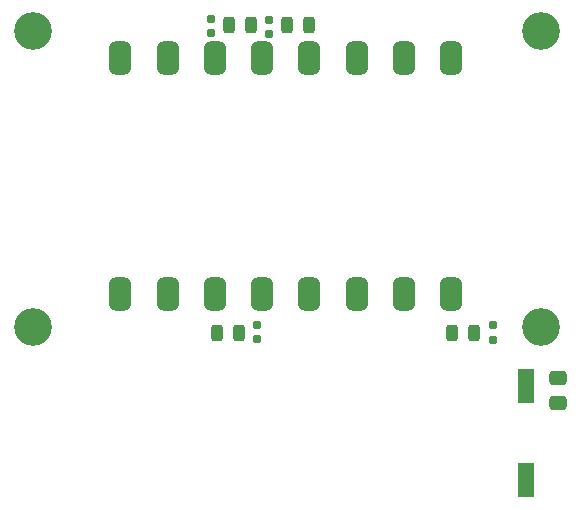
<source format=gtp>
%TF.GenerationSoftware,KiCad,Pcbnew,8.0.8*%
%TF.CreationDate,2025-04-18T09:22:24-04:00*%
%TF.ProjectId,RF4463F30-test-board,52463434-3633-4463-9330-2d746573742d,rev?*%
%TF.SameCoordinates,Original*%
%TF.FileFunction,Paste,Top*%
%TF.FilePolarity,Positive*%
%FSLAX46Y46*%
G04 Gerber Fmt 4.6, Leading zero omitted, Abs format (unit mm)*
G04 Created by KiCad (PCBNEW 8.0.8) date 2025-04-18 09:22:24*
%MOMM*%
%LPD*%
G01*
G04 APERTURE LIST*
G04 Aperture macros list*
%AMRoundRect*
0 Rectangle with rounded corners*
0 $1 Rounding radius*
0 $2 $3 $4 $5 $6 $7 $8 $9 X,Y pos of 4 corners*
0 Add a 4 corners polygon primitive as box body*
4,1,4,$2,$3,$4,$5,$6,$7,$8,$9,$2,$3,0*
0 Add four circle primitives for the rounded corners*
1,1,$1+$1,$2,$3*
1,1,$1+$1,$4,$5*
1,1,$1+$1,$6,$7*
1,1,$1+$1,$8,$9*
0 Add four rect primitives between the rounded corners*
20,1,$1+$1,$2,$3,$4,$5,0*
20,1,$1+$1,$4,$5,$6,$7,0*
20,1,$1+$1,$6,$7,$8,$9,0*
20,1,$1+$1,$8,$9,$2,$3,0*%
G04 Aperture macros list end*
%ADD10C,3.200000*%
%ADD11R,1.470000X3.000000*%
%ADD12RoundRect,0.160000X-0.160000X0.197500X-0.160000X-0.197500X0.160000X-0.197500X0.160000X0.197500X0*%
%ADD13RoundRect,0.243750X0.243750X0.456250X-0.243750X0.456250X-0.243750X-0.456250X0.243750X-0.456250X0*%
%ADD14RoundRect,0.250000X-0.475000X0.337500X-0.475000X-0.337500X0.475000X-0.337500X0.475000X0.337500X0*%
%ADD15RoundRect,0.243750X-0.243750X-0.456250X0.243750X-0.456250X0.243750X0.456250X-0.243750X0.456250X0*%
%ADD16RoundRect,0.450000X-0.450000X0.950000X-0.450000X-0.950000X0.450000X-0.950000X0.450000X0.950000X0*%
%ADD17RoundRect,0.160000X0.160000X-0.197500X0.160000X0.197500X-0.160000X0.197500X-0.160000X-0.197500X0*%
G04 APERTURE END LIST*
D10*
%TO.C,H1*%
X183000000Y-103000000D03*
%TD*%
D11*
%TO.C,FB1*%
X181800000Y-116000000D03*
X181800000Y-108000000D03*
%TD*%
D12*
%TO.C,R2*%
X155062500Y-76977500D03*
X155062500Y-78172500D03*
%TD*%
D13*
%TO.C,IRQ1*%
X157437500Y-103500000D03*
X155562500Y-103500000D03*
%TD*%
D14*
%TO.C,C1*%
X184500000Y-107362500D03*
X184500000Y-109437500D03*
%TD*%
D15*
%TO.C,GPIO1*%
X156625000Y-77500000D03*
X158500000Y-77500000D03*
%TD*%
%TO.C,GPIO0*%
X161492500Y-77465000D03*
X163367500Y-77465000D03*
%TD*%
D10*
%TO.C,H2*%
X140000000Y-103000000D03*
%TD*%
D12*
%TO.C,R1*%
X159000000Y-102887500D03*
X159000000Y-104082500D03*
%TD*%
D10*
%TO.C,H3*%
X183000000Y-78000000D03*
%TD*%
%TO.C,H4*%
X140000000Y-78000000D03*
%TD*%
D12*
%TO.C,R3*%
X160000000Y-77000000D03*
X160000000Y-78195000D03*
%TD*%
D16*
%TO.C,RF4463F1*%
X175417500Y-100235000D03*
X171417500Y-100235000D03*
X167417500Y-100235000D03*
X163417500Y-100235000D03*
X159417500Y-100235000D03*
X155417500Y-100235000D03*
X151417500Y-100235000D03*
X147417500Y-100235000D03*
X147417500Y-80235000D03*
X151417500Y-80235000D03*
X155417500Y-80235000D03*
X159417500Y-80235000D03*
X163417500Y-80235000D03*
X167417500Y-80235000D03*
X171417500Y-80235000D03*
X175417500Y-80235000D03*
%TD*%
D17*
%TO.C,R4*%
X179000000Y-104097500D03*
X179000000Y-102902500D03*
%TD*%
D13*
%TO.C,5v0*%
X177375000Y-103500000D03*
X175500000Y-103500000D03*
%TD*%
M02*

</source>
